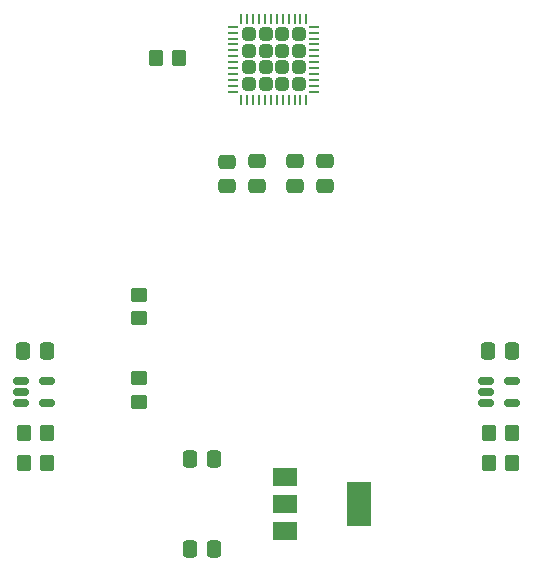
<source format=gbr>
%TF.GenerationSoftware,KiCad,Pcbnew,7.0.1-3b83917a11~172~ubuntu22.04.1*%
%TF.CreationDate,2023-06-11T16:35:38+01:00*%
%TF.ProjectId,lfo_expression_pedal,6c666f5f-6578-4707-9265-7373696f6e5f,rev?*%
%TF.SameCoordinates,Original*%
%TF.FileFunction,Paste,Top*%
%TF.FilePolarity,Positive*%
%FSLAX46Y46*%
G04 Gerber Fmt 4.6, Leading zero omitted, Abs format (unit mm)*
G04 Created by KiCad (PCBNEW 7.0.1-3b83917a11~172~ubuntu22.04.1) date 2023-06-11 16:35:38*
%MOMM*%
%LPD*%
G01*
G04 APERTURE LIST*
G04 Aperture macros list*
%AMRoundRect*
0 Rectangle with rounded corners*
0 $1 Rounding radius*
0 $2 $3 $4 $5 $6 $7 $8 $9 X,Y pos of 4 corners*
0 Add a 4 corners polygon primitive as box body*
4,1,4,$2,$3,$4,$5,$6,$7,$8,$9,$2,$3,0*
0 Add four circle primitives for the rounded corners*
1,1,$1+$1,$2,$3*
1,1,$1+$1,$4,$5*
1,1,$1+$1,$6,$7*
1,1,$1+$1,$8,$9*
0 Add four rect primitives between the rounded corners*
20,1,$1+$1,$2,$3,$4,$5,0*
20,1,$1+$1,$4,$5,$6,$7,0*
20,1,$1+$1,$6,$7,$8,$9,0*
20,1,$1+$1,$8,$9,$2,$3,0*%
G04 Aperture macros list end*
%ADD10R,2.000000X1.500000*%
%ADD11R,2.000000X3.800000*%
%ADD12RoundRect,0.250000X0.350000X0.450000X-0.350000X0.450000X-0.350000X-0.450000X0.350000X-0.450000X0*%
%ADD13RoundRect,0.250000X-0.475000X0.337500X-0.475000X-0.337500X0.475000X-0.337500X0.475000X0.337500X0*%
%ADD14RoundRect,0.250000X-0.350000X-0.450000X0.350000X-0.450000X0.350000X0.450000X-0.350000X0.450000X0*%
%ADD15RoundRect,0.150000X-0.512500X-0.150000X0.512500X-0.150000X0.512500X0.150000X-0.512500X0.150000X0*%
%ADD16RoundRect,0.250000X0.337500X0.475000X-0.337500X0.475000X-0.337500X-0.475000X0.337500X-0.475000X0*%
%ADD17RoundRect,0.250000X0.450000X-0.350000X0.450000X0.350000X-0.450000X0.350000X-0.450000X-0.350000X0*%
%ADD18RoundRect,0.250000X0.315000X-0.315000X0.315000X0.315000X-0.315000X0.315000X-0.315000X-0.315000X0*%
%ADD19RoundRect,0.062500X0.062500X-0.375000X0.062500X0.375000X-0.062500X0.375000X-0.062500X-0.375000X0*%
%ADD20RoundRect,0.062500X0.375000X-0.062500X0.375000X0.062500X-0.375000X0.062500X-0.375000X-0.062500X0*%
%ADD21RoundRect,0.250000X-0.450000X0.350000X-0.450000X-0.350000X0.450000X-0.350000X0.450000X0.350000X0*%
G04 APERTURE END LIST*
D10*
%TO.C,U2*%
X142036000Y-113524000D03*
X142036000Y-115824000D03*
D11*
X148336000Y-115824000D03*
D10*
X142036000Y-118124000D03*
%TD*%
D12*
%TO.C,R10*%
X133080000Y-78105000D03*
X131080000Y-78105000D03*
%TD*%
D13*
%TO.C,C2*%
X145415000Y-86807500D03*
X145415000Y-88882500D03*
%TD*%
D14*
%TO.C,R3*%
X159290000Y-112395000D03*
X161290000Y-112395000D03*
%TD*%
D15*
%TO.C,U3*%
X159015000Y-105410000D03*
X159015000Y-106360000D03*
X159015000Y-107310000D03*
X161290000Y-107310000D03*
X161290000Y-105410000D03*
%TD*%
D16*
%TO.C,C7*%
X161290000Y-102870000D03*
X159215000Y-102870000D03*
%TD*%
D17*
%TO.C,R2*%
X129656000Y-107196000D03*
X129656000Y-105196000D03*
%TD*%
D13*
%TO.C,C1*%
X142875000Y-86825000D03*
X142875000Y-88900000D03*
%TD*%
D16*
%TO.C,C5*%
X136063500Y-119634000D03*
X133988500Y-119634000D03*
%TD*%
D13*
%TO.C,C3*%
X139700000Y-86825000D03*
X139700000Y-88900000D03*
%TD*%
D18*
%TO.C,U1*%
X138997000Y-80277000D03*
X140397000Y-80277000D03*
X141797000Y-80277000D03*
X143197000Y-80277000D03*
X138997000Y-78877000D03*
X140397000Y-78877000D03*
X141797000Y-78877000D03*
X143197000Y-78877000D03*
X138997000Y-77477000D03*
X140397000Y-77477000D03*
X141797000Y-77477000D03*
X143197000Y-77477000D03*
X138997000Y-76077000D03*
X140397000Y-76077000D03*
X141797000Y-76077000D03*
X143197000Y-76077000D03*
D19*
X138347000Y-81614500D03*
X138847000Y-81614500D03*
X139347000Y-81614500D03*
X139847000Y-81614500D03*
X140347000Y-81614500D03*
X140847000Y-81614500D03*
X141347000Y-81614500D03*
X141847000Y-81614500D03*
X142347000Y-81614500D03*
X142847000Y-81614500D03*
X143347000Y-81614500D03*
X143847000Y-81614500D03*
D20*
X144534500Y-80927000D03*
X144534500Y-80427000D03*
X144534500Y-79927000D03*
X144534500Y-79427000D03*
X144534500Y-78927000D03*
X144534500Y-78427000D03*
X144534500Y-77927000D03*
X144534500Y-77427000D03*
X144534500Y-76927000D03*
X144534500Y-76427000D03*
X144534500Y-75927000D03*
X144534500Y-75427000D03*
D19*
X143847000Y-74739500D03*
X143347000Y-74739500D03*
X142847000Y-74739500D03*
X142347000Y-74739500D03*
X141847000Y-74739500D03*
X141347000Y-74739500D03*
X140847000Y-74739500D03*
X140347000Y-74739500D03*
X139847000Y-74739500D03*
X139347000Y-74739500D03*
X138847000Y-74739500D03*
X138347000Y-74739500D03*
D20*
X137659500Y-75427000D03*
X137659500Y-75927000D03*
X137659500Y-76427000D03*
X137659500Y-76927000D03*
X137659500Y-77427000D03*
X137659500Y-77927000D03*
X137659500Y-78427000D03*
X137659500Y-78927000D03*
X137659500Y-79427000D03*
X137659500Y-79927000D03*
X137659500Y-80427000D03*
X137659500Y-80927000D03*
%TD*%
D14*
%TO.C,R5*%
X119920000Y-112395000D03*
X121920000Y-112395000D03*
%TD*%
D15*
%TO.C,U4*%
X119645000Y-105410000D03*
X119645000Y-106360000D03*
X119645000Y-107310000D03*
X121920000Y-107310000D03*
X121920000Y-105410000D03*
%TD*%
D16*
%TO.C,C8*%
X121920000Y-102870000D03*
X119845000Y-102870000D03*
%TD*%
%TO.C,C6*%
X136063500Y-112014000D03*
X133988500Y-112014000D03*
%TD*%
D21*
%TO.C,R1*%
X129656000Y-98116000D03*
X129656000Y-100116000D03*
%TD*%
D14*
%TO.C,R6*%
X119920000Y-109855000D03*
X121920000Y-109855000D03*
%TD*%
%TO.C,R4*%
X159290000Y-109855000D03*
X161290000Y-109855000D03*
%TD*%
D13*
%TO.C,C4*%
X137160000Y-86842500D03*
X137160000Y-88917500D03*
%TD*%
M02*

</source>
